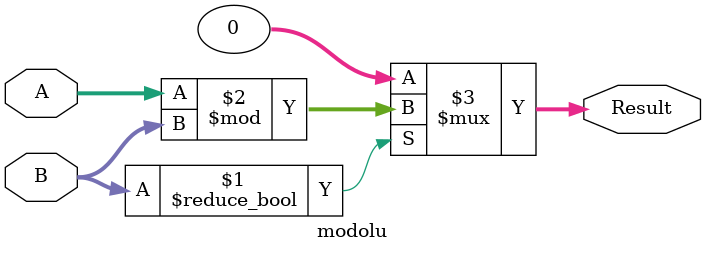
<source format=v>
module modolu(
    input  [15:0] A,
    input  [15:0] B,
    output [31:0] Result
);
    assign Result = (B != 0) ? A % B : 32'b0;  // Prevent modulo by zero
endmodule

</source>
